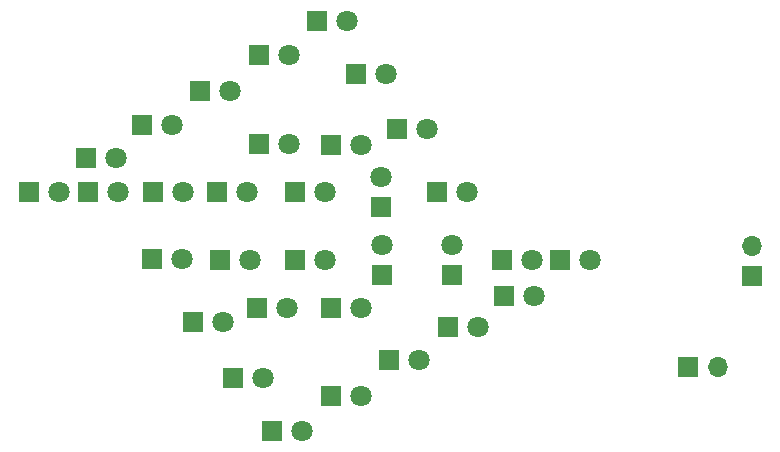
<source format=gbr>
%TF.GenerationSoftware,KiCad,Pcbnew,(5.1.7)-1*%
%TF.CreationDate,2020-11-20T15:05:24+02:00*%
%TF.ProjectId,ymp2,796d7032-2e6b-4696-9361-645f70636258,rev?*%
%TF.SameCoordinates,Original*%
%TF.FileFunction,Soldermask,Bot*%
%TF.FilePolarity,Negative*%
%FSLAX46Y46*%
G04 Gerber Fmt 4.6, Leading zero omitted, Abs format (unit mm)*
G04 Created by KiCad (PCBNEW (5.1.7)-1) date 2020-11-20 15:05:24*
%MOMM*%
%LPD*%
G01*
G04 APERTURE LIST*
%ADD10R,1.800000X1.800000*%
%ADD11C,1.800000*%
%ADD12R,1.700000X1.700000*%
%ADD13O,1.700000X1.700000*%
G04 APERTURE END LIST*
D10*
%TO.C,D9*%
X63630000Y-135640000D03*
D11*
X66170000Y-135640000D03*
%TD*%
%TO.C,D11*%
X66300000Y-138560000D03*
D10*
X63760000Y-138560000D03*
%TD*%
%TO.C,D12*%
X69280000Y-138550000D03*
D11*
X71820000Y-138550000D03*
%TD*%
%TO.C,D13*%
X77210000Y-138550000D03*
D10*
X74670000Y-138550000D03*
%TD*%
D11*
%TO.C,D16*%
X88560000Y-137320000D03*
D10*
X88560000Y-139860000D03*
%TD*%
%TO.C,D7*%
X73280000Y-130040000D03*
D11*
X75820000Y-130040000D03*
%TD*%
%TO.C,D6*%
X80770000Y-127000000D03*
D10*
X78230000Y-127000000D03*
%TD*%
D11*
%TO.C,D1*%
X83820000Y-138560000D03*
D10*
X81280000Y-138560000D03*
%TD*%
%TO.C,D3*%
X89920000Y-133220000D03*
D11*
X92460000Y-133220000D03*
%TD*%
%TO.C,D4*%
X89020000Y-128530000D03*
D10*
X86480000Y-128530000D03*
%TD*%
%TO.C,D2*%
X93340000Y-138550000D03*
D11*
X95880000Y-138550000D03*
%TD*%
D10*
%TO.C,D5*%
X83190000Y-124080000D03*
D11*
X85730000Y-124080000D03*
%TD*%
D10*
%TO.C,D29*%
X103750000Y-144280000D03*
D11*
X106290000Y-144280000D03*
%TD*%
D10*
%TO.C,D14*%
X78230000Y-134510000D03*
D11*
X80770000Y-134510000D03*
%TD*%
D12*
%TO.C,P2*%
X114590000Y-153400000D03*
D13*
X117130000Y-153400000D03*
%TD*%
D12*
%TO.C,P3*%
X119980000Y-145680000D03*
D13*
X119980000Y-143140000D03*
%TD*%
D10*
%TO.C,D15*%
X84310000Y-134600000D03*
D11*
X86850000Y-134600000D03*
%TD*%
%TO.C,D17*%
X88650000Y-143060000D03*
D10*
X88650000Y-145600000D03*
%TD*%
%TO.C,D18*%
X84310000Y-148340000D03*
D11*
X86850000Y-148340000D03*
%TD*%
D10*
%TO.C,D19*%
X78100000Y-148350000D03*
D11*
X80640000Y-148350000D03*
%TD*%
D10*
%TO.C,D20*%
X74930000Y-144280000D03*
D11*
X77470000Y-144280000D03*
%TD*%
%TO.C,D21*%
X71750000Y-144270000D03*
D10*
X69210000Y-144270000D03*
%TD*%
D11*
%TO.C,D22*%
X75180000Y-149580000D03*
D10*
X72640000Y-149580000D03*
%TD*%
%TO.C,D23*%
X76080000Y-154310000D03*
D11*
X78620000Y-154310000D03*
%TD*%
%TO.C,D24*%
X81910000Y-158760000D03*
D10*
X79370000Y-158760000D03*
%TD*%
D11*
%TO.C,D25*%
X86870000Y-155830000D03*
D10*
X84330000Y-155830000D03*
%TD*%
%TO.C,D26*%
X89280000Y-152780000D03*
D11*
X91820000Y-152780000D03*
%TD*%
D10*
%TO.C,D27*%
X94250000Y-149990000D03*
D11*
X96790000Y-149990000D03*
%TD*%
%TO.C,D30*%
X101350000Y-144280000D03*
D10*
X98810000Y-144280000D03*
%TD*%
D11*
%TO.C,D32*%
X83820000Y-144280000D03*
D10*
X81280000Y-144280000D03*
%TD*%
%TO.C,D31*%
X94560000Y-145550000D03*
D11*
X94560000Y-143010000D03*
%TD*%
%TO.C,D8*%
X70870000Y-132850000D03*
D10*
X68330000Y-132850000D03*
%TD*%
%TO.C,D10*%
X58800000Y-138560000D03*
D11*
X61340000Y-138560000D03*
%TD*%
D10*
%TO.C,D28*%
X98980000Y-147360000D03*
D11*
X101520000Y-147360000D03*
%TD*%
M02*

</source>
